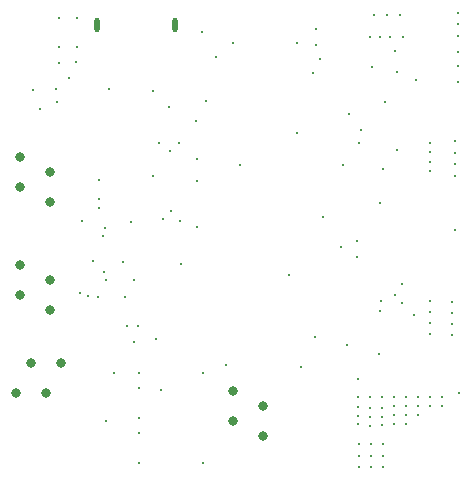
<source format=gbr>
%TF.GenerationSoftware,Altium Limited,Altium Designer,22.10.1 (41)*%
G04 Layer_Color=0*
%FSLAX45Y45*%
%MOMM*%
%TF.SameCoordinates,DE935885-D1E6-4056-9A9D-6EDDC4C2173E*%
%TF.FilePolarity,Positive*%
%TF.FileFunction,Plated,1,4,PTH,Drill*%
%TF.Part,Single*%
G01*
G75*
%TA.AperFunction,ComponentDrill*%
%ADD95C,0.80000*%
%ADD96C,0.80000*%
%ADD97O,0.50000X1.20000*%
%TA.AperFunction,ViaDrill,NotFilled*%
%ADD98C,0.20000*%
%ADD99C,0.30000*%
D95*
X2297498Y616500D02*
D03*
Y362500D02*
D03*
X2043498Y743500D02*
D03*
Y489500D02*
D03*
X491999Y2600000D02*
D03*
X237999Y2727000D02*
D03*
Y2473000D02*
D03*
X491999Y2346000D02*
D03*
X237999Y1817000D02*
D03*
X491999Y1690000D02*
D03*
X237999Y1563000D02*
D03*
X491999Y1436000D02*
D03*
D96*
X587500Y982500D02*
D03*
X333500D02*
D03*
X206500Y728500D02*
D03*
X460500D02*
D03*
D97*
X894999Y3842502D02*
D03*
X1554998D02*
D03*
D98*
X2617500Y947500D02*
D03*
X2750000Y3810000D02*
D03*
X2975000Y2662500D02*
D03*
X3025000Y3092500D02*
D03*
X2802500Y2222500D02*
D03*
X651500Y3399998D02*
D03*
X547500Y3300000D02*
D03*
X947546Y2056162D02*
D03*
X960000Y2127500D02*
D03*
X746248Y1572824D02*
D03*
X953075Y1757996D02*
D03*
X899502Y1540000D02*
D03*
X1607500Y1819245D02*
D03*
X1510000Y2780000D02*
D03*
X1589289Y2842639D02*
D03*
X1500000Y3150000D02*
D03*
X1420069Y2842639D02*
D03*
X912545Y2375116D02*
D03*
Y2295112D02*
D03*
Y2535124D02*
D03*
X1737585Y2135104D02*
D03*
X2742500Y1207500D02*
D03*
X1515374Y2271212D02*
D03*
X1178966Y2180001D02*
D03*
X3947500Y3499998D02*
D03*
Y3619998D02*
D03*
X3590000Y3380000D02*
D03*
X3010257Y1135202D02*
D03*
X3215000Y300000D02*
D03*
X3115000D02*
D03*
X3315000Y200000D02*
D03*
X3315000Y300465D02*
D03*
X3315000Y100000D02*
D03*
X3115000D02*
D03*
X3215000Y200000D02*
D03*
X3115000D02*
D03*
X3215000Y100000D02*
D03*
X3105713Y536000D02*
D03*
Y613500D02*
D03*
Y697500D02*
D03*
Y463500D02*
D03*
X3206785Y602500D02*
D03*
Y697500D02*
D03*
Y527500D02*
D03*
Y452500D02*
D03*
X3307857Y455000D02*
D03*
Y605000D02*
D03*
Y527500D02*
D03*
Y697500D02*
D03*
X3408928D02*
D03*
Y467500D02*
D03*
Y542500D02*
D03*
X3510000Y467500D02*
D03*
Y540000D02*
D03*
Y697500D02*
D03*
X3611072Y547500D02*
D03*
Y697500D02*
D03*
X3712143Y622500D02*
D03*
Y697500D02*
D03*
X3813215Y622500D02*
D03*
Y697500D02*
D03*
X3611072Y617500D02*
D03*
X3510000D02*
D03*
X3408928D02*
D03*
X3287502Y3745001D02*
D03*
X3205002D02*
D03*
X3479998Y3747501D02*
D03*
X3372500Y3745001D02*
D03*
X3712499Y1323333D02*
D03*
Y1230000D02*
D03*
Y1510000D02*
D03*
Y1416667D02*
D03*
X3475000Y1495000D02*
D03*
X3419998Y1562501D02*
D03*
X3290000Y2340000D02*
D03*
X3430200Y3450000D02*
D03*
X549998Y3189600D02*
D03*
X1780000Y3790000D02*
D03*
X969998Y1689997D02*
D03*
X1727998Y3030000D02*
D03*
X1454800Y2200001D02*
D03*
X1240000Y1300000D02*
D03*
X3902500Y1406666D02*
D03*
Y1313333D02*
D03*
Y1220000D02*
D03*
X3920000Y2570000D02*
D03*
Y2763333D02*
D03*
Y2860000D02*
D03*
Y2666666D02*
D03*
X3712999Y2610000D02*
D03*
Y2689168D02*
D03*
X3920000Y2110000D02*
D03*
X3090000Y1880000D02*
D03*
X1394927Y1182872D02*
D03*
X2960000Y1965000D02*
D03*
X2520000Y1730000D02*
D03*
X3430000Y2790000D02*
D03*
X3950000Y3950000D02*
D03*
Y3850000D02*
D03*
Y3750000D02*
D03*
X3955000Y730000D02*
D03*
X3330000Y3192500D02*
D03*
X3107500Y2845000D02*
D03*
X3127500Y2952500D02*
D03*
X2724799Y3434999D02*
D03*
X3417501Y3625000D02*
D03*
X3224256Y3489256D02*
D03*
X1435000Y757500D02*
D03*
X3580002Y1387786D02*
D03*
X2102500Y2660000D02*
D03*
X767540Y2190107D02*
D03*
X3902500Y1499999D02*
D03*
X3947500Y3359998D02*
D03*
X3294718Y1512781D02*
D03*
X1370000Y3285002D02*
D03*
X407500Y3132500D02*
D03*
X350000Y3292500D02*
D03*
X1594185Y2189505D02*
D03*
X819799Y1547500D02*
D03*
X3712999Y2768335D02*
D03*
X3477499Y1654998D02*
D03*
X3310001Y2622499D02*
D03*
X3457499Y3932499D02*
D03*
X3350001D02*
D03*
X3239999D02*
D03*
X2588981Y3692098D02*
D03*
Y2930098D02*
D03*
X1792402Y899998D02*
D03*
Y137998D02*
D03*
X3285002Y1425001D02*
D03*
X3712999Y2847503D02*
D03*
X2780000Y3559998D02*
D03*
X1370000Y2570002D02*
D03*
X1250000Y772998D02*
D03*
Y518998D02*
D03*
Y391998D02*
D03*
D99*
X567502Y3657498D02*
D03*
X722498D02*
D03*
X1737585Y2527623D02*
D03*
X1815536Y3199460D02*
D03*
X1210000Y1162500D02*
D03*
X1147500Y1295000D02*
D03*
X972002Y490002D02*
D03*
X1896949Y3577104D02*
D03*
X1210000Y1690000D02*
D03*
X1130000Y1540000D02*
D03*
X861830Y1849996D02*
D03*
X1110000Y1840000D02*
D03*
X3090000Y2017998D02*
D03*
X1985000Y964497D02*
D03*
X1250000Y899998D02*
D03*
X1039998D02*
D03*
X2046580Y3692098D02*
D03*
X722498Y3907500D02*
D03*
X572501D02*
D03*
X715000Y3530001D02*
D03*
X572501Y3527501D02*
D03*
X997499Y3302498D02*
D03*
X1737584Y2707630D02*
D03*
X3277499Y1062502D02*
D03*
X3102498Y845500D02*
D03*
X2750000Y3671997D02*
D03*
X1250000Y137998D02*
D03*
%TF.MD5,640659310b3a73ae8691fa774b65b1a2*%
M02*

</source>
